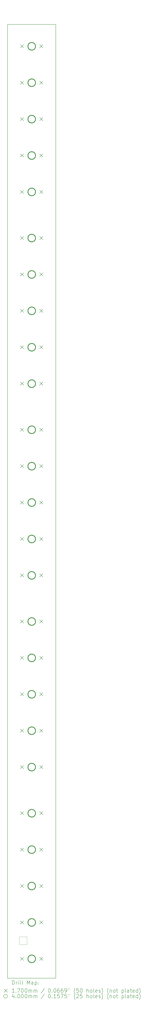
<source format=gbr>
%TF.GenerationSoftware,KiCad,Pcbnew,8.0.9-8.0.9-0~ubuntu20.04.1*%
%TF.CreationDate,2025-06-15T09:07:16+01:00*%
%TF.ProjectId,keyboard-pcb-rpi-pico-25x1,6b657962-6f61-4726-942d-7063622d7270,rev?*%
%TF.SameCoordinates,Original*%
%TF.FileFunction,Drillmap*%
%TF.FilePolarity,Positive*%
%FSLAX45Y45*%
G04 Gerber Fmt 4.5, Leading zero omitted, Abs format (unit mm)*
G04 Created by KiCad (PCBNEW 8.0.9-8.0.9-0~ubuntu20.04.1) date 2025-06-15 09:07:16*
%MOMM*%
%LPD*%
G01*
G04 APERTURE LIST*
%ADD10C,0.050000*%
%ADD11C,0.200000*%
%ADD12C,0.170000*%
%ADD13C,0.400000*%
G04 APERTURE END LIST*
D10*
X5341620Y-51701300D02*
X5341620Y-52057700D01*
D11*
X4318000Y-3937000D02*
X6858000Y-3937000D01*
X6858000Y-53848000D01*
X4318000Y-53848000D01*
X4318000Y-3937000D01*
D10*
X5316620Y-51676300D02*
G75*
G02*
X5341620Y-51701300I0J-25000D01*
G01*
X4935220Y-51701300D02*
G75*
G02*
X4960220Y-51676300I25000J0D01*
G01*
X5316620Y-52082700D02*
X4960220Y-52082700D01*
X4960220Y-52082700D02*
G75*
G02*
X4935220Y-52057700I0J25000D01*
G01*
X5341620Y-52057700D02*
G75*
G02*
X5316620Y-52082700I-25000J0D01*
G01*
X4960220Y-51676300D02*
X5316620Y-51676300D01*
X4935220Y-52057700D02*
X4935220Y-51701300D01*
D11*
D12*
X4995000Y-4995000D02*
X5165000Y-5165000D01*
X5165000Y-4995000D02*
X4995000Y-5165000D01*
X4995000Y-6900000D02*
X5165000Y-7070000D01*
X5165000Y-6900000D02*
X4995000Y-7070000D01*
X4995000Y-8805000D02*
X5165000Y-8975000D01*
X5165000Y-8805000D02*
X4995000Y-8975000D01*
X4995000Y-10710000D02*
X5165000Y-10880000D01*
X5165000Y-10710000D02*
X4995000Y-10880000D01*
X4995000Y-12615000D02*
X5165000Y-12785000D01*
X5165000Y-12615000D02*
X4995000Y-12785000D01*
X4995000Y-15028000D02*
X5165000Y-15198000D01*
X5165000Y-15028000D02*
X4995000Y-15198000D01*
X4995000Y-16933000D02*
X5165000Y-17103000D01*
X5165000Y-16933000D02*
X4995000Y-17103000D01*
X4995000Y-18838000D02*
X5165000Y-19008000D01*
X5165000Y-18838000D02*
X4995000Y-19008000D01*
X4995000Y-20743000D02*
X5165000Y-20913000D01*
X5165000Y-20743000D02*
X4995000Y-20913000D01*
X4995000Y-22648000D02*
X5165000Y-22818000D01*
X5165000Y-22648000D02*
X4995000Y-22818000D01*
X4995000Y-25061000D02*
X5165000Y-25231000D01*
X5165000Y-25061000D02*
X4995000Y-25231000D01*
X4995000Y-26966000D02*
X5165000Y-27136000D01*
X5165000Y-26966000D02*
X4995000Y-27136000D01*
X4995000Y-28871000D02*
X5165000Y-29041000D01*
X5165000Y-28871000D02*
X4995000Y-29041000D01*
X4995000Y-30776000D02*
X5165000Y-30946000D01*
X5165000Y-30776000D02*
X4995000Y-30946000D01*
X4995000Y-32681000D02*
X5165000Y-32851000D01*
X5165000Y-32681000D02*
X4995000Y-32851000D01*
X4995000Y-35094000D02*
X5165000Y-35264000D01*
X5165000Y-35094000D02*
X4995000Y-35264000D01*
X4995000Y-36999000D02*
X5165000Y-37169000D01*
X5165000Y-36999000D02*
X4995000Y-37169000D01*
X4995000Y-38904000D02*
X5165000Y-39074000D01*
X5165000Y-38904000D02*
X4995000Y-39074000D01*
X4995000Y-40809000D02*
X5165000Y-40979000D01*
X5165000Y-40809000D02*
X4995000Y-40979000D01*
X4995000Y-42714000D02*
X5165000Y-42884000D01*
X5165000Y-42714000D02*
X4995000Y-42884000D01*
X4995000Y-45127000D02*
X5165000Y-45297000D01*
X5165000Y-45127000D02*
X4995000Y-45297000D01*
X4995000Y-47032000D02*
X5165000Y-47202000D01*
X5165000Y-47032000D02*
X4995000Y-47202000D01*
X4995000Y-48937000D02*
X5165000Y-49107000D01*
X5165000Y-48937000D02*
X4995000Y-49107000D01*
X4995000Y-50842000D02*
X5165000Y-51012000D01*
X5165000Y-50842000D02*
X4995000Y-51012000D01*
X4995000Y-52747000D02*
X5165000Y-52917000D01*
X5165000Y-52747000D02*
X4995000Y-52917000D01*
X6011000Y-4995000D02*
X6181000Y-5165000D01*
X6181000Y-4995000D02*
X6011000Y-5165000D01*
X6011000Y-6900000D02*
X6181000Y-7070000D01*
X6181000Y-6900000D02*
X6011000Y-7070000D01*
X6011000Y-8805000D02*
X6181000Y-8975000D01*
X6181000Y-8805000D02*
X6011000Y-8975000D01*
X6011000Y-10710000D02*
X6181000Y-10880000D01*
X6181000Y-10710000D02*
X6011000Y-10880000D01*
X6011000Y-12615000D02*
X6181000Y-12785000D01*
X6181000Y-12615000D02*
X6011000Y-12785000D01*
X6011000Y-15028000D02*
X6181000Y-15198000D01*
X6181000Y-15028000D02*
X6011000Y-15198000D01*
X6011000Y-16933000D02*
X6181000Y-17103000D01*
X6181000Y-16933000D02*
X6011000Y-17103000D01*
X6011000Y-18838000D02*
X6181000Y-19008000D01*
X6181000Y-18838000D02*
X6011000Y-19008000D01*
X6011000Y-20743000D02*
X6181000Y-20913000D01*
X6181000Y-20743000D02*
X6011000Y-20913000D01*
X6011000Y-22648000D02*
X6181000Y-22818000D01*
X6181000Y-22648000D02*
X6011000Y-22818000D01*
X6011000Y-25061000D02*
X6181000Y-25231000D01*
X6181000Y-25061000D02*
X6011000Y-25231000D01*
X6011000Y-26966000D02*
X6181000Y-27136000D01*
X6181000Y-26966000D02*
X6011000Y-27136000D01*
X6011000Y-28871000D02*
X6181000Y-29041000D01*
X6181000Y-28871000D02*
X6011000Y-29041000D01*
X6011000Y-30776000D02*
X6181000Y-30946000D01*
X6181000Y-30776000D02*
X6011000Y-30946000D01*
X6011000Y-32681000D02*
X6181000Y-32851000D01*
X6181000Y-32681000D02*
X6011000Y-32851000D01*
X6011000Y-35094000D02*
X6181000Y-35264000D01*
X6181000Y-35094000D02*
X6011000Y-35264000D01*
X6011000Y-36999000D02*
X6181000Y-37169000D01*
X6181000Y-36999000D02*
X6011000Y-37169000D01*
X6011000Y-38904000D02*
X6181000Y-39074000D01*
X6181000Y-38904000D02*
X6011000Y-39074000D01*
X6011000Y-40809000D02*
X6181000Y-40979000D01*
X6181000Y-40809000D02*
X6011000Y-40979000D01*
X6011000Y-42714000D02*
X6181000Y-42884000D01*
X6181000Y-42714000D02*
X6011000Y-42884000D01*
X6011000Y-45127000D02*
X6181000Y-45297000D01*
X6181000Y-45127000D02*
X6011000Y-45297000D01*
X6011000Y-47032000D02*
X6181000Y-47202000D01*
X6181000Y-47032000D02*
X6011000Y-47202000D01*
X6011000Y-48937000D02*
X6181000Y-49107000D01*
X6181000Y-48937000D02*
X6011000Y-49107000D01*
X6011000Y-50842000D02*
X6181000Y-51012000D01*
X6181000Y-50842000D02*
X6011000Y-51012000D01*
X6011000Y-52747000D02*
X6181000Y-52917000D01*
X6181000Y-52747000D02*
X6011000Y-52917000D01*
D13*
X5788000Y-5080000D02*
G75*
G02*
X5388000Y-5080000I-200000J0D01*
G01*
X5388000Y-5080000D02*
G75*
G02*
X5788000Y-5080000I200000J0D01*
G01*
X5788000Y-6985000D02*
G75*
G02*
X5388000Y-6985000I-200000J0D01*
G01*
X5388000Y-6985000D02*
G75*
G02*
X5788000Y-6985000I200000J0D01*
G01*
X5788000Y-8890000D02*
G75*
G02*
X5388000Y-8890000I-200000J0D01*
G01*
X5388000Y-8890000D02*
G75*
G02*
X5788000Y-8890000I200000J0D01*
G01*
X5788000Y-10795000D02*
G75*
G02*
X5388000Y-10795000I-200000J0D01*
G01*
X5388000Y-10795000D02*
G75*
G02*
X5788000Y-10795000I200000J0D01*
G01*
X5788000Y-12700000D02*
G75*
G02*
X5388000Y-12700000I-200000J0D01*
G01*
X5388000Y-12700000D02*
G75*
G02*
X5788000Y-12700000I200000J0D01*
G01*
X5788000Y-15113000D02*
G75*
G02*
X5388000Y-15113000I-200000J0D01*
G01*
X5388000Y-15113000D02*
G75*
G02*
X5788000Y-15113000I200000J0D01*
G01*
X5788000Y-17018000D02*
G75*
G02*
X5388000Y-17018000I-200000J0D01*
G01*
X5388000Y-17018000D02*
G75*
G02*
X5788000Y-17018000I200000J0D01*
G01*
X5788000Y-18923000D02*
G75*
G02*
X5388000Y-18923000I-200000J0D01*
G01*
X5388000Y-18923000D02*
G75*
G02*
X5788000Y-18923000I200000J0D01*
G01*
X5788000Y-20828000D02*
G75*
G02*
X5388000Y-20828000I-200000J0D01*
G01*
X5388000Y-20828000D02*
G75*
G02*
X5788000Y-20828000I200000J0D01*
G01*
X5788000Y-22733000D02*
G75*
G02*
X5388000Y-22733000I-200000J0D01*
G01*
X5388000Y-22733000D02*
G75*
G02*
X5788000Y-22733000I200000J0D01*
G01*
X5788000Y-25146000D02*
G75*
G02*
X5388000Y-25146000I-200000J0D01*
G01*
X5388000Y-25146000D02*
G75*
G02*
X5788000Y-25146000I200000J0D01*
G01*
X5788000Y-27051000D02*
G75*
G02*
X5388000Y-27051000I-200000J0D01*
G01*
X5388000Y-27051000D02*
G75*
G02*
X5788000Y-27051000I200000J0D01*
G01*
X5788000Y-28956000D02*
G75*
G02*
X5388000Y-28956000I-200000J0D01*
G01*
X5388000Y-28956000D02*
G75*
G02*
X5788000Y-28956000I200000J0D01*
G01*
X5788000Y-30861000D02*
G75*
G02*
X5388000Y-30861000I-200000J0D01*
G01*
X5388000Y-30861000D02*
G75*
G02*
X5788000Y-30861000I200000J0D01*
G01*
X5788000Y-32766000D02*
G75*
G02*
X5388000Y-32766000I-200000J0D01*
G01*
X5388000Y-32766000D02*
G75*
G02*
X5788000Y-32766000I200000J0D01*
G01*
X5788000Y-35179000D02*
G75*
G02*
X5388000Y-35179000I-200000J0D01*
G01*
X5388000Y-35179000D02*
G75*
G02*
X5788000Y-35179000I200000J0D01*
G01*
X5788000Y-37084000D02*
G75*
G02*
X5388000Y-37084000I-200000J0D01*
G01*
X5388000Y-37084000D02*
G75*
G02*
X5788000Y-37084000I200000J0D01*
G01*
X5788000Y-38989000D02*
G75*
G02*
X5388000Y-38989000I-200000J0D01*
G01*
X5388000Y-38989000D02*
G75*
G02*
X5788000Y-38989000I200000J0D01*
G01*
X5788000Y-40894000D02*
G75*
G02*
X5388000Y-40894000I-200000J0D01*
G01*
X5388000Y-40894000D02*
G75*
G02*
X5788000Y-40894000I200000J0D01*
G01*
X5788000Y-42799000D02*
G75*
G02*
X5388000Y-42799000I-200000J0D01*
G01*
X5388000Y-42799000D02*
G75*
G02*
X5788000Y-42799000I200000J0D01*
G01*
X5788000Y-45212000D02*
G75*
G02*
X5388000Y-45212000I-200000J0D01*
G01*
X5388000Y-45212000D02*
G75*
G02*
X5788000Y-45212000I200000J0D01*
G01*
X5788000Y-47117000D02*
G75*
G02*
X5388000Y-47117000I-200000J0D01*
G01*
X5388000Y-47117000D02*
G75*
G02*
X5788000Y-47117000I200000J0D01*
G01*
X5788000Y-49022000D02*
G75*
G02*
X5388000Y-49022000I-200000J0D01*
G01*
X5388000Y-49022000D02*
G75*
G02*
X5788000Y-49022000I200000J0D01*
G01*
X5788000Y-50927000D02*
G75*
G02*
X5388000Y-50927000I-200000J0D01*
G01*
X5388000Y-50927000D02*
G75*
G02*
X5788000Y-50927000I200000J0D01*
G01*
X5788000Y-52832000D02*
G75*
G02*
X5388000Y-52832000I-200000J0D01*
G01*
X5388000Y-52832000D02*
G75*
G02*
X5788000Y-52832000I200000J0D01*
G01*
D11*
X4568777Y-54169484D02*
X4568777Y-53969484D01*
X4568777Y-53969484D02*
X4616396Y-53969484D01*
X4616396Y-53969484D02*
X4644967Y-53979008D01*
X4644967Y-53979008D02*
X4664015Y-53998055D01*
X4664015Y-53998055D02*
X4673539Y-54017103D01*
X4673539Y-54017103D02*
X4683063Y-54055198D01*
X4683063Y-54055198D02*
X4683063Y-54083769D01*
X4683063Y-54083769D02*
X4673539Y-54121865D01*
X4673539Y-54121865D02*
X4664015Y-54140912D01*
X4664015Y-54140912D02*
X4644967Y-54159960D01*
X4644967Y-54159960D02*
X4616396Y-54169484D01*
X4616396Y-54169484D02*
X4568777Y-54169484D01*
X4768777Y-54169484D02*
X4768777Y-54036150D01*
X4768777Y-54074246D02*
X4778301Y-54055198D01*
X4778301Y-54055198D02*
X4787824Y-54045674D01*
X4787824Y-54045674D02*
X4806872Y-54036150D01*
X4806872Y-54036150D02*
X4825920Y-54036150D01*
X4892586Y-54169484D02*
X4892586Y-54036150D01*
X4892586Y-53969484D02*
X4883063Y-53979008D01*
X4883063Y-53979008D02*
X4892586Y-53988531D01*
X4892586Y-53988531D02*
X4902110Y-53979008D01*
X4902110Y-53979008D02*
X4892586Y-53969484D01*
X4892586Y-53969484D02*
X4892586Y-53988531D01*
X5016396Y-54169484D02*
X4997348Y-54159960D01*
X4997348Y-54159960D02*
X4987824Y-54140912D01*
X4987824Y-54140912D02*
X4987824Y-53969484D01*
X5121158Y-54169484D02*
X5102110Y-54159960D01*
X5102110Y-54159960D02*
X5092586Y-54140912D01*
X5092586Y-54140912D02*
X5092586Y-53969484D01*
X5349729Y-54169484D02*
X5349729Y-53969484D01*
X5349729Y-53969484D02*
X5416396Y-54112341D01*
X5416396Y-54112341D02*
X5483063Y-53969484D01*
X5483063Y-53969484D02*
X5483063Y-54169484D01*
X5664015Y-54169484D02*
X5664015Y-54064722D01*
X5664015Y-54064722D02*
X5654491Y-54045674D01*
X5654491Y-54045674D02*
X5635443Y-54036150D01*
X5635443Y-54036150D02*
X5597348Y-54036150D01*
X5597348Y-54036150D02*
X5578301Y-54045674D01*
X5664015Y-54159960D02*
X5644967Y-54169484D01*
X5644967Y-54169484D02*
X5597348Y-54169484D01*
X5597348Y-54169484D02*
X5578301Y-54159960D01*
X5578301Y-54159960D02*
X5568777Y-54140912D01*
X5568777Y-54140912D02*
X5568777Y-54121865D01*
X5568777Y-54121865D02*
X5578301Y-54102817D01*
X5578301Y-54102817D02*
X5597348Y-54093293D01*
X5597348Y-54093293D02*
X5644967Y-54093293D01*
X5644967Y-54093293D02*
X5664015Y-54083769D01*
X5759253Y-54036150D02*
X5759253Y-54236150D01*
X5759253Y-54045674D02*
X5778301Y-54036150D01*
X5778301Y-54036150D02*
X5816396Y-54036150D01*
X5816396Y-54036150D02*
X5835443Y-54045674D01*
X5835443Y-54045674D02*
X5844967Y-54055198D01*
X5844967Y-54055198D02*
X5854491Y-54074246D01*
X5854491Y-54074246D02*
X5854491Y-54131388D01*
X5854491Y-54131388D02*
X5844967Y-54150436D01*
X5844967Y-54150436D02*
X5835443Y-54159960D01*
X5835443Y-54159960D02*
X5816396Y-54169484D01*
X5816396Y-54169484D02*
X5778301Y-54169484D01*
X5778301Y-54169484D02*
X5759253Y-54159960D01*
X5940205Y-54150436D02*
X5949729Y-54159960D01*
X5949729Y-54159960D02*
X5940205Y-54169484D01*
X5940205Y-54169484D02*
X5930682Y-54159960D01*
X5930682Y-54159960D02*
X5940205Y-54150436D01*
X5940205Y-54150436D02*
X5940205Y-54169484D01*
X5940205Y-54045674D02*
X5949729Y-54055198D01*
X5949729Y-54055198D02*
X5940205Y-54064722D01*
X5940205Y-54064722D02*
X5930682Y-54055198D01*
X5930682Y-54055198D02*
X5940205Y-54045674D01*
X5940205Y-54045674D02*
X5940205Y-54064722D01*
D12*
X4138000Y-54413000D02*
X4308000Y-54583000D01*
X4308000Y-54413000D02*
X4138000Y-54583000D01*
D11*
X4673539Y-54589484D02*
X4559253Y-54589484D01*
X4616396Y-54589484D02*
X4616396Y-54389484D01*
X4616396Y-54389484D02*
X4597348Y-54418055D01*
X4597348Y-54418055D02*
X4578301Y-54437103D01*
X4578301Y-54437103D02*
X4559253Y-54446627D01*
X4759253Y-54570436D02*
X4768777Y-54579960D01*
X4768777Y-54579960D02*
X4759253Y-54589484D01*
X4759253Y-54589484D02*
X4749729Y-54579960D01*
X4749729Y-54579960D02*
X4759253Y-54570436D01*
X4759253Y-54570436D02*
X4759253Y-54589484D01*
X4835444Y-54389484D02*
X4968777Y-54389484D01*
X4968777Y-54389484D02*
X4883063Y-54589484D01*
X5083063Y-54389484D02*
X5102110Y-54389484D01*
X5102110Y-54389484D02*
X5121158Y-54399008D01*
X5121158Y-54399008D02*
X5130682Y-54408531D01*
X5130682Y-54408531D02*
X5140205Y-54427579D01*
X5140205Y-54427579D02*
X5149729Y-54465674D01*
X5149729Y-54465674D02*
X5149729Y-54513293D01*
X5149729Y-54513293D02*
X5140205Y-54551388D01*
X5140205Y-54551388D02*
X5130682Y-54570436D01*
X5130682Y-54570436D02*
X5121158Y-54579960D01*
X5121158Y-54579960D02*
X5102110Y-54589484D01*
X5102110Y-54589484D02*
X5083063Y-54589484D01*
X5083063Y-54589484D02*
X5064015Y-54579960D01*
X5064015Y-54579960D02*
X5054491Y-54570436D01*
X5054491Y-54570436D02*
X5044967Y-54551388D01*
X5044967Y-54551388D02*
X5035444Y-54513293D01*
X5035444Y-54513293D02*
X5035444Y-54465674D01*
X5035444Y-54465674D02*
X5044967Y-54427579D01*
X5044967Y-54427579D02*
X5054491Y-54408531D01*
X5054491Y-54408531D02*
X5064015Y-54399008D01*
X5064015Y-54399008D02*
X5083063Y-54389484D01*
X5273539Y-54389484D02*
X5292586Y-54389484D01*
X5292586Y-54389484D02*
X5311634Y-54399008D01*
X5311634Y-54399008D02*
X5321158Y-54408531D01*
X5321158Y-54408531D02*
X5330682Y-54427579D01*
X5330682Y-54427579D02*
X5340205Y-54465674D01*
X5340205Y-54465674D02*
X5340205Y-54513293D01*
X5340205Y-54513293D02*
X5330682Y-54551388D01*
X5330682Y-54551388D02*
X5321158Y-54570436D01*
X5321158Y-54570436D02*
X5311634Y-54579960D01*
X5311634Y-54579960D02*
X5292586Y-54589484D01*
X5292586Y-54589484D02*
X5273539Y-54589484D01*
X5273539Y-54589484D02*
X5254491Y-54579960D01*
X5254491Y-54579960D02*
X5244967Y-54570436D01*
X5244967Y-54570436D02*
X5235444Y-54551388D01*
X5235444Y-54551388D02*
X5225920Y-54513293D01*
X5225920Y-54513293D02*
X5225920Y-54465674D01*
X5225920Y-54465674D02*
X5235444Y-54427579D01*
X5235444Y-54427579D02*
X5244967Y-54408531D01*
X5244967Y-54408531D02*
X5254491Y-54399008D01*
X5254491Y-54399008D02*
X5273539Y-54389484D01*
X5425920Y-54589484D02*
X5425920Y-54456150D01*
X5425920Y-54475198D02*
X5435444Y-54465674D01*
X5435444Y-54465674D02*
X5454491Y-54456150D01*
X5454491Y-54456150D02*
X5483063Y-54456150D01*
X5483063Y-54456150D02*
X5502110Y-54465674D01*
X5502110Y-54465674D02*
X5511634Y-54484722D01*
X5511634Y-54484722D02*
X5511634Y-54589484D01*
X5511634Y-54484722D02*
X5521158Y-54465674D01*
X5521158Y-54465674D02*
X5540205Y-54456150D01*
X5540205Y-54456150D02*
X5568777Y-54456150D01*
X5568777Y-54456150D02*
X5587825Y-54465674D01*
X5587825Y-54465674D02*
X5597348Y-54484722D01*
X5597348Y-54484722D02*
X5597348Y-54589484D01*
X5692586Y-54589484D02*
X5692586Y-54456150D01*
X5692586Y-54475198D02*
X5702110Y-54465674D01*
X5702110Y-54465674D02*
X5721158Y-54456150D01*
X5721158Y-54456150D02*
X5749729Y-54456150D01*
X5749729Y-54456150D02*
X5768777Y-54465674D01*
X5768777Y-54465674D02*
X5778301Y-54484722D01*
X5778301Y-54484722D02*
X5778301Y-54589484D01*
X5778301Y-54484722D02*
X5787824Y-54465674D01*
X5787824Y-54465674D02*
X5806872Y-54456150D01*
X5806872Y-54456150D02*
X5835443Y-54456150D01*
X5835443Y-54456150D02*
X5854491Y-54465674D01*
X5854491Y-54465674D02*
X5864015Y-54484722D01*
X5864015Y-54484722D02*
X5864015Y-54589484D01*
X6254491Y-54379960D02*
X6083063Y-54637103D01*
X6511634Y-54389484D02*
X6530682Y-54389484D01*
X6530682Y-54389484D02*
X6549729Y-54399008D01*
X6549729Y-54399008D02*
X6559253Y-54408531D01*
X6559253Y-54408531D02*
X6568777Y-54427579D01*
X6568777Y-54427579D02*
X6578301Y-54465674D01*
X6578301Y-54465674D02*
X6578301Y-54513293D01*
X6578301Y-54513293D02*
X6568777Y-54551388D01*
X6568777Y-54551388D02*
X6559253Y-54570436D01*
X6559253Y-54570436D02*
X6549729Y-54579960D01*
X6549729Y-54579960D02*
X6530682Y-54589484D01*
X6530682Y-54589484D02*
X6511634Y-54589484D01*
X6511634Y-54589484D02*
X6492586Y-54579960D01*
X6492586Y-54579960D02*
X6483063Y-54570436D01*
X6483063Y-54570436D02*
X6473539Y-54551388D01*
X6473539Y-54551388D02*
X6464015Y-54513293D01*
X6464015Y-54513293D02*
X6464015Y-54465674D01*
X6464015Y-54465674D02*
X6473539Y-54427579D01*
X6473539Y-54427579D02*
X6483063Y-54408531D01*
X6483063Y-54408531D02*
X6492586Y-54399008D01*
X6492586Y-54399008D02*
X6511634Y-54389484D01*
X6664015Y-54570436D02*
X6673539Y-54579960D01*
X6673539Y-54579960D02*
X6664015Y-54589484D01*
X6664015Y-54589484D02*
X6654491Y-54579960D01*
X6654491Y-54579960D02*
X6664015Y-54570436D01*
X6664015Y-54570436D02*
X6664015Y-54589484D01*
X6797348Y-54389484D02*
X6816396Y-54389484D01*
X6816396Y-54389484D02*
X6835444Y-54399008D01*
X6835444Y-54399008D02*
X6844967Y-54408531D01*
X6844967Y-54408531D02*
X6854491Y-54427579D01*
X6854491Y-54427579D02*
X6864015Y-54465674D01*
X6864015Y-54465674D02*
X6864015Y-54513293D01*
X6864015Y-54513293D02*
X6854491Y-54551388D01*
X6854491Y-54551388D02*
X6844967Y-54570436D01*
X6844967Y-54570436D02*
X6835444Y-54579960D01*
X6835444Y-54579960D02*
X6816396Y-54589484D01*
X6816396Y-54589484D02*
X6797348Y-54589484D01*
X6797348Y-54589484D02*
X6778301Y-54579960D01*
X6778301Y-54579960D02*
X6768777Y-54570436D01*
X6768777Y-54570436D02*
X6759253Y-54551388D01*
X6759253Y-54551388D02*
X6749729Y-54513293D01*
X6749729Y-54513293D02*
X6749729Y-54465674D01*
X6749729Y-54465674D02*
X6759253Y-54427579D01*
X6759253Y-54427579D02*
X6768777Y-54408531D01*
X6768777Y-54408531D02*
X6778301Y-54399008D01*
X6778301Y-54399008D02*
X6797348Y-54389484D01*
X7035444Y-54389484D02*
X6997348Y-54389484D01*
X6997348Y-54389484D02*
X6978301Y-54399008D01*
X6978301Y-54399008D02*
X6968777Y-54408531D01*
X6968777Y-54408531D02*
X6949729Y-54437103D01*
X6949729Y-54437103D02*
X6940206Y-54475198D01*
X6940206Y-54475198D02*
X6940206Y-54551388D01*
X6940206Y-54551388D02*
X6949729Y-54570436D01*
X6949729Y-54570436D02*
X6959253Y-54579960D01*
X6959253Y-54579960D02*
X6978301Y-54589484D01*
X6978301Y-54589484D02*
X7016396Y-54589484D01*
X7016396Y-54589484D02*
X7035444Y-54579960D01*
X7035444Y-54579960D02*
X7044967Y-54570436D01*
X7044967Y-54570436D02*
X7054491Y-54551388D01*
X7054491Y-54551388D02*
X7054491Y-54503769D01*
X7054491Y-54503769D02*
X7044967Y-54484722D01*
X7044967Y-54484722D02*
X7035444Y-54475198D01*
X7035444Y-54475198D02*
X7016396Y-54465674D01*
X7016396Y-54465674D02*
X6978301Y-54465674D01*
X6978301Y-54465674D02*
X6959253Y-54475198D01*
X6959253Y-54475198D02*
X6949729Y-54484722D01*
X6949729Y-54484722D02*
X6940206Y-54503769D01*
X7225920Y-54389484D02*
X7187825Y-54389484D01*
X7187825Y-54389484D02*
X7168777Y-54399008D01*
X7168777Y-54399008D02*
X7159253Y-54408531D01*
X7159253Y-54408531D02*
X7140206Y-54437103D01*
X7140206Y-54437103D02*
X7130682Y-54475198D01*
X7130682Y-54475198D02*
X7130682Y-54551388D01*
X7130682Y-54551388D02*
X7140206Y-54570436D01*
X7140206Y-54570436D02*
X7149729Y-54579960D01*
X7149729Y-54579960D02*
X7168777Y-54589484D01*
X7168777Y-54589484D02*
X7206872Y-54589484D01*
X7206872Y-54589484D02*
X7225920Y-54579960D01*
X7225920Y-54579960D02*
X7235444Y-54570436D01*
X7235444Y-54570436D02*
X7244967Y-54551388D01*
X7244967Y-54551388D02*
X7244967Y-54503769D01*
X7244967Y-54503769D02*
X7235444Y-54484722D01*
X7235444Y-54484722D02*
X7225920Y-54475198D01*
X7225920Y-54475198D02*
X7206872Y-54465674D01*
X7206872Y-54465674D02*
X7168777Y-54465674D01*
X7168777Y-54465674D02*
X7149729Y-54475198D01*
X7149729Y-54475198D02*
X7140206Y-54484722D01*
X7140206Y-54484722D02*
X7130682Y-54503769D01*
X7340206Y-54589484D02*
X7378301Y-54589484D01*
X7378301Y-54589484D02*
X7397348Y-54579960D01*
X7397348Y-54579960D02*
X7406872Y-54570436D01*
X7406872Y-54570436D02*
X7425920Y-54541865D01*
X7425920Y-54541865D02*
X7435444Y-54503769D01*
X7435444Y-54503769D02*
X7435444Y-54427579D01*
X7435444Y-54427579D02*
X7425920Y-54408531D01*
X7425920Y-54408531D02*
X7416396Y-54399008D01*
X7416396Y-54399008D02*
X7397348Y-54389484D01*
X7397348Y-54389484D02*
X7359253Y-54389484D01*
X7359253Y-54389484D02*
X7340206Y-54399008D01*
X7340206Y-54399008D02*
X7330682Y-54408531D01*
X7330682Y-54408531D02*
X7321158Y-54427579D01*
X7321158Y-54427579D02*
X7321158Y-54475198D01*
X7321158Y-54475198D02*
X7330682Y-54494246D01*
X7330682Y-54494246D02*
X7340206Y-54503769D01*
X7340206Y-54503769D02*
X7359253Y-54513293D01*
X7359253Y-54513293D02*
X7397348Y-54513293D01*
X7397348Y-54513293D02*
X7416396Y-54503769D01*
X7416396Y-54503769D02*
X7425920Y-54494246D01*
X7425920Y-54494246D02*
X7435444Y-54475198D01*
X7511634Y-54389484D02*
X7511634Y-54427579D01*
X7587825Y-54389484D02*
X7587825Y-54427579D01*
X7883063Y-54665674D02*
X7873539Y-54656150D01*
X7873539Y-54656150D02*
X7854491Y-54627579D01*
X7854491Y-54627579D02*
X7844968Y-54608531D01*
X7844968Y-54608531D02*
X7835444Y-54579960D01*
X7835444Y-54579960D02*
X7825920Y-54532341D01*
X7825920Y-54532341D02*
X7825920Y-54494246D01*
X7825920Y-54494246D02*
X7835444Y-54446627D01*
X7835444Y-54446627D02*
X7844968Y-54418055D01*
X7844968Y-54418055D02*
X7854491Y-54399008D01*
X7854491Y-54399008D02*
X7873539Y-54370436D01*
X7873539Y-54370436D02*
X7883063Y-54360912D01*
X8054491Y-54389484D02*
X7959253Y-54389484D01*
X7959253Y-54389484D02*
X7949729Y-54484722D01*
X7949729Y-54484722D02*
X7959253Y-54475198D01*
X7959253Y-54475198D02*
X7978301Y-54465674D01*
X7978301Y-54465674D02*
X8025920Y-54465674D01*
X8025920Y-54465674D02*
X8044968Y-54475198D01*
X8044968Y-54475198D02*
X8054491Y-54484722D01*
X8054491Y-54484722D02*
X8064015Y-54503769D01*
X8064015Y-54503769D02*
X8064015Y-54551388D01*
X8064015Y-54551388D02*
X8054491Y-54570436D01*
X8054491Y-54570436D02*
X8044968Y-54579960D01*
X8044968Y-54579960D02*
X8025920Y-54589484D01*
X8025920Y-54589484D02*
X7978301Y-54589484D01*
X7978301Y-54589484D02*
X7959253Y-54579960D01*
X7959253Y-54579960D02*
X7949729Y-54570436D01*
X8187825Y-54389484D02*
X8206872Y-54389484D01*
X8206872Y-54389484D02*
X8225920Y-54399008D01*
X8225920Y-54399008D02*
X8235444Y-54408531D01*
X8235444Y-54408531D02*
X8244968Y-54427579D01*
X8244968Y-54427579D02*
X8254491Y-54465674D01*
X8254491Y-54465674D02*
X8254491Y-54513293D01*
X8254491Y-54513293D02*
X8244968Y-54551388D01*
X8244968Y-54551388D02*
X8235444Y-54570436D01*
X8235444Y-54570436D02*
X8225920Y-54579960D01*
X8225920Y-54579960D02*
X8206872Y-54589484D01*
X8206872Y-54589484D02*
X8187825Y-54589484D01*
X8187825Y-54589484D02*
X8168777Y-54579960D01*
X8168777Y-54579960D02*
X8159253Y-54570436D01*
X8159253Y-54570436D02*
X8149729Y-54551388D01*
X8149729Y-54551388D02*
X8140206Y-54513293D01*
X8140206Y-54513293D02*
X8140206Y-54465674D01*
X8140206Y-54465674D02*
X8149729Y-54427579D01*
X8149729Y-54427579D02*
X8159253Y-54408531D01*
X8159253Y-54408531D02*
X8168777Y-54399008D01*
X8168777Y-54399008D02*
X8187825Y-54389484D01*
X8492587Y-54589484D02*
X8492587Y-54389484D01*
X8578301Y-54589484D02*
X8578301Y-54484722D01*
X8578301Y-54484722D02*
X8568777Y-54465674D01*
X8568777Y-54465674D02*
X8549730Y-54456150D01*
X8549730Y-54456150D02*
X8521158Y-54456150D01*
X8521158Y-54456150D02*
X8502111Y-54465674D01*
X8502111Y-54465674D02*
X8492587Y-54475198D01*
X8702111Y-54589484D02*
X8683063Y-54579960D01*
X8683063Y-54579960D02*
X8673539Y-54570436D01*
X8673539Y-54570436D02*
X8664015Y-54551388D01*
X8664015Y-54551388D02*
X8664015Y-54494246D01*
X8664015Y-54494246D02*
X8673539Y-54475198D01*
X8673539Y-54475198D02*
X8683063Y-54465674D01*
X8683063Y-54465674D02*
X8702111Y-54456150D01*
X8702111Y-54456150D02*
X8730682Y-54456150D01*
X8730682Y-54456150D02*
X8749730Y-54465674D01*
X8749730Y-54465674D02*
X8759253Y-54475198D01*
X8759253Y-54475198D02*
X8768777Y-54494246D01*
X8768777Y-54494246D02*
X8768777Y-54551388D01*
X8768777Y-54551388D02*
X8759253Y-54570436D01*
X8759253Y-54570436D02*
X8749730Y-54579960D01*
X8749730Y-54579960D02*
X8730682Y-54589484D01*
X8730682Y-54589484D02*
X8702111Y-54589484D01*
X8883063Y-54589484D02*
X8864015Y-54579960D01*
X8864015Y-54579960D02*
X8854492Y-54560912D01*
X8854492Y-54560912D02*
X8854492Y-54389484D01*
X9035444Y-54579960D02*
X9016396Y-54589484D01*
X9016396Y-54589484D02*
X8978301Y-54589484D01*
X8978301Y-54589484D02*
X8959253Y-54579960D01*
X8959253Y-54579960D02*
X8949730Y-54560912D01*
X8949730Y-54560912D02*
X8949730Y-54484722D01*
X8949730Y-54484722D02*
X8959253Y-54465674D01*
X8959253Y-54465674D02*
X8978301Y-54456150D01*
X8978301Y-54456150D02*
X9016396Y-54456150D01*
X9016396Y-54456150D02*
X9035444Y-54465674D01*
X9035444Y-54465674D02*
X9044968Y-54484722D01*
X9044968Y-54484722D02*
X9044968Y-54503769D01*
X9044968Y-54503769D02*
X8949730Y-54522817D01*
X9121158Y-54579960D02*
X9140206Y-54589484D01*
X9140206Y-54589484D02*
X9178301Y-54589484D01*
X9178301Y-54589484D02*
X9197349Y-54579960D01*
X9197349Y-54579960D02*
X9206873Y-54560912D01*
X9206873Y-54560912D02*
X9206873Y-54551388D01*
X9206873Y-54551388D02*
X9197349Y-54532341D01*
X9197349Y-54532341D02*
X9178301Y-54522817D01*
X9178301Y-54522817D02*
X9149730Y-54522817D01*
X9149730Y-54522817D02*
X9130682Y-54513293D01*
X9130682Y-54513293D02*
X9121158Y-54494246D01*
X9121158Y-54494246D02*
X9121158Y-54484722D01*
X9121158Y-54484722D02*
X9130682Y-54465674D01*
X9130682Y-54465674D02*
X9149730Y-54456150D01*
X9149730Y-54456150D02*
X9178301Y-54456150D01*
X9178301Y-54456150D02*
X9197349Y-54465674D01*
X9273539Y-54665674D02*
X9283063Y-54656150D01*
X9283063Y-54656150D02*
X9302111Y-54627579D01*
X9302111Y-54627579D02*
X9311634Y-54608531D01*
X9311634Y-54608531D02*
X9321158Y-54579960D01*
X9321158Y-54579960D02*
X9330682Y-54532341D01*
X9330682Y-54532341D02*
X9330682Y-54494246D01*
X9330682Y-54494246D02*
X9321158Y-54446627D01*
X9321158Y-54446627D02*
X9311634Y-54418055D01*
X9311634Y-54418055D02*
X9302111Y-54399008D01*
X9302111Y-54399008D02*
X9283063Y-54370436D01*
X9283063Y-54370436D02*
X9273539Y-54360912D01*
X9635444Y-54665674D02*
X9625920Y-54656150D01*
X9625920Y-54656150D02*
X9606873Y-54627579D01*
X9606873Y-54627579D02*
X9597349Y-54608531D01*
X9597349Y-54608531D02*
X9587825Y-54579960D01*
X9587825Y-54579960D02*
X9578301Y-54532341D01*
X9578301Y-54532341D02*
X9578301Y-54494246D01*
X9578301Y-54494246D02*
X9587825Y-54446627D01*
X9587825Y-54446627D02*
X9597349Y-54418055D01*
X9597349Y-54418055D02*
X9606873Y-54399008D01*
X9606873Y-54399008D02*
X9625920Y-54370436D01*
X9625920Y-54370436D02*
X9635444Y-54360912D01*
X9711634Y-54456150D02*
X9711634Y-54589484D01*
X9711634Y-54475198D02*
X9721158Y-54465674D01*
X9721158Y-54465674D02*
X9740206Y-54456150D01*
X9740206Y-54456150D02*
X9768777Y-54456150D01*
X9768777Y-54456150D02*
X9787825Y-54465674D01*
X9787825Y-54465674D02*
X9797349Y-54484722D01*
X9797349Y-54484722D02*
X9797349Y-54589484D01*
X9921158Y-54589484D02*
X9902111Y-54579960D01*
X9902111Y-54579960D02*
X9892587Y-54570436D01*
X9892587Y-54570436D02*
X9883063Y-54551388D01*
X9883063Y-54551388D02*
X9883063Y-54494246D01*
X9883063Y-54494246D02*
X9892587Y-54475198D01*
X9892587Y-54475198D02*
X9902111Y-54465674D01*
X9902111Y-54465674D02*
X9921158Y-54456150D01*
X9921158Y-54456150D02*
X9949730Y-54456150D01*
X9949730Y-54456150D02*
X9968777Y-54465674D01*
X9968777Y-54465674D02*
X9978301Y-54475198D01*
X9978301Y-54475198D02*
X9987825Y-54494246D01*
X9987825Y-54494246D02*
X9987825Y-54551388D01*
X9987825Y-54551388D02*
X9978301Y-54570436D01*
X9978301Y-54570436D02*
X9968777Y-54579960D01*
X9968777Y-54579960D02*
X9949730Y-54589484D01*
X9949730Y-54589484D02*
X9921158Y-54589484D01*
X10044968Y-54456150D02*
X10121158Y-54456150D01*
X10073539Y-54389484D02*
X10073539Y-54560912D01*
X10073539Y-54560912D02*
X10083063Y-54579960D01*
X10083063Y-54579960D02*
X10102111Y-54589484D01*
X10102111Y-54589484D02*
X10121158Y-54589484D01*
X10340206Y-54456150D02*
X10340206Y-54656150D01*
X10340206Y-54465674D02*
X10359254Y-54456150D01*
X10359254Y-54456150D02*
X10397349Y-54456150D01*
X10397349Y-54456150D02*
X10416396Y-54465674D01*
X10416396Y-54465674D02*
X10425920Y-54475198D01*
X10425920Y-54475198D02*
X10435444Y-54494246D01*
X10435444Y-54494246D02*
X10435444Y-54551388D01*
X10435444Y-54551388D02*
X10425920Y-54570436D01*
X10425920Y-54570436D02*
X10416396Y-54579960D01*
X10416396Y-54579960D02*
X10397349Y-54589484D01*
X10397349Y-54589484D02*
X10359254Y-54589484D01*
X10359254Y-54589484D02*
X10340206Y-54579960D01*
X10549730Y-54589484D02*
X10530682Y-54579960D01*
X10530682Y-54579960D02*
X10521158Y-54560912D01*
X10521158Y-54560912D02*
X10521158Y-54389484D01*
X10711635Y-54589484D02*
X10711635Y-54484722D01*
X10711635Y-54484722D02*
X10702111Y-54465674D01*
X10702111Y-54465674D02*
X10683063Y-54456150D01*
X10683063Y-54456150D02*
X10644968Y-54456150D01*
X10644968Y-54456150D02*
X10625920Y-54465674D01*
X10711635Y-54579960D02*
X10692587Y-54589484D01*
X10692587Y-54589484D02*
X10644968Y-54589484D01*
X10644968Y-54589484D02*
X10625920Y-54579960D01*
X10625920Y-54579960D02*
X10616396Y-54560912D01*
X10616396Y-54560912D02*
X10616396Y-54541865D01*
X10616396Y-54541865D02*
X10625920Y-54522817D01*
X10625920Y-54522817D02*
X10644968Y-54513293D01*
X10644968Y-54513293D02*
X10692587Y-54513293D01*
X10692587Y-54513293D02*
X10711635Y-54503769D01*
X10778301Y-54456150D02*
X10854492Y-54456150D01*
X10806873Y-54389484D02*
X10806873Y-54560912D01*
X10806873Y-54560912D02*
X10816396Y-54579960D01*
X10816396Y-54579960D02*
X10835444Y-54589484D01*
X10835444Y-54589484D02*
X10854492Y-54589484D01*
X10997349Y-54579960D02*
X10978301Y-54589484D01*
X10978301Y-54589484D02*
X10940206Y-54589484D01*
X10940206Y-54589484D02*
X10921158Y-54579960D01*
X10921158Y-54579960D02*
X10911635Y-54560912D01*
X10911635Y-54560912D02*
X10911635Y-54484722D01*
X10911635Y-54484722D02*
X10921158Y-54465674D01*
X10921158Y-54465674D02*
X10940206Y-54456150D01*
X10940206Y-54456150D02*
X10978301Y-54456150D01*
X10978301Y-54456150D02*
X10997349Y-54465674D01*
X10997349Y-54465674D02*
X11006873Y-54484722D01*
X11006873Y-54484722D02*
X11006873Y-54503769D01*
X11006873Y-54503769D02*
X10911635Y-54522817D01*
X11178301Y-54589484D02*
X11178301Y-54389484D01*
X11178301Y-54579960D02*
X11159254Y-54589484D01*
X11159254Y-54589484D02*
X11121158Y-54589484D01*
X11121158Y-54589484D02*
X11102111Y-54579960D01*
X11102111Y-54579960D02*
X11092587Y-54570436D01*
X11092587Y-54570436D02*
X11083063Y-54551388D01*
X11083063Y-54551388D02*
X11083063Y-54494246D01*
X11083063Y-54494246D02*
X11092587Y-54475198D01*
X11092587Y-54475198D02*
X11102111Y-54465674D01*
X11102111Y-54465674D02*
X11121158Y-54456150D01*
X11121158Y-54456150D02*
X11159254Y-54456150D01*
X11159254Y-54456150D02*
X11178301Y-54465674D01*
X11254492Y-54665674D02*
X11264015Y-54656150D01*
X11264015Y-54656150D02*
X11283063Y-54627579D01*
X11283063Y-54627579D02*
X11292587Y-54608531D01*
X11292587Y-54608531D02*
X11302111Y-54579960D01*
X11302111Y-54579960D02*
X11311634Y-54532341D01*
X11311634Y-54532341D02*
X11311634Y-54494246D01*
X11311634Y-54494246D02*
X11302111Y-54446627D01*
X11302111Y-54446627D02*
X11292587Y-54418055D01*
X11292587Y-54418055D02*
X11283063Y-54399008D01*
X11283063Y-54399008D02*
X11264015Y-54370436D01*
X11264015Y-54370436D02*
X11254492Y-54360912D01*
X4308000Y-54788000D02*
G75*
G02*
X4108000Y-54788000I-100000J0D01*
G01*
X4108000Y-54788000D02*
G75*
G02*
X4308000Y-54788000I100000J0D01*
G01*
X4654491Y-54746150D02*
X4654491Y-54879484D01*
X4606872Y-54669960D02*
X4559253Y-54812817D01*
X4559253Y-54812817D02*
X4683063Y-54812817D01*
X4759253Y-54860436D02*
X4768777Y-54869960D01*
X4768777Y-54869960D02*
X4759253Y-54879484D01*
X4759253Y-54879484D02*
X4749729Y-54869960D01*
X4749729Y-54869960D02*
X4759253Y-54860436D01*
X4759253Y-54860436D02*
X4759253Y-54879484D01*
X4892586Y-54679484D02*
X4911634Y-54679484D01*
X4911634Y-54679484D02*
X4930682Y-54689008D01*
X4930682Y-54689008D02*
X4940205Y-54698531D01*
X4940205Y-54698531D02*
X4949729Y-54717579D01*
X4949729Y-54717579D02*
X4959253Y-54755674D01*
X4959253Y-54755674D02*
X4959253Y-54803293D01*
X4959253Y-54803293D02*
X4949729Y-54841388D01*
X4949729Y-54841388D02*
X4940205Y-54860436D01*
X4940205Y-54860436D02*
X4930682Y-54869960D01*
X4930682Y-54869960D02*
X4911634Y-54879484D01*
X4911634Y-54879484D02*
X4892586Y-54879484D01*
X4892586Y-54879484D02*
X4873539Y-54869960D01*
X4873539Y-54869960D02*
X4864015Y-54860436D01*
X4864015Y-54860436D02*
X4854491Y-54841388D01*
X4854491Y-54841388D02*
X4844967Y-54803293D01*
X4844967Y-54803293D02*
X4844967Y-54755674D01*
X4844967Y-54755674D02*
X4854491Y-54717579D01*
X4854491Y-54717579D02*
X4864015Y-54698531D01*
X4864015Y-54698531D02*
X4873539Y-54689008D01*
X4873539Y-54689008D02*
X4892586Y-54679484D01*
X5083063Y-54679484D02*
X5102110Y-54679484D01*
X5102110Y-54679484D02*
X5121158Y-54689008D01*
X5121158Y-54689008D02*
X5130682Y-54698531D01*
X5130682Y-54698531D02*
X5140205Y-54717579D01*
X5140205Y-54717579D02*
X5149729Y-54755674D01*
X5149729Y-54755674D02*
X5149729Y-54803293D01*
X5149729Y-54803293D02*
X5140205Y-54841388D01*
X5140205Y-54841388D02*
X5130682Y-54860436D01*
X5130682Y-54860436D02*
X5121158Y-54869960D01*
X5121158Y-54869960D02*
X5102110Y-54879484D01*
X5102110Y-54879484D02*
X5083063Y-54879484D01*
X5083063Y-54879484D02*
X5064015Y-54869960D01*
X5064015Y-54869960D02*
X5054491Y-54860436D01*
X5054491Y-54860436D02*
X5044967Y-54841388D01*
X5044967Y-54841388D02*
X5035444Y-54803293D01*
X5035444Y-54803293D02*
X5035444Y-54755674D01*
X5035444Y-54755674D02*
X5044967Y-54717579D01*
X5044967Y-54717579D02*
X5054491Y-54698531D01*
X5054491Y-54698531D02*
X5064015Y-54689008D01*
X5064015Y-54689008D02*
X5083063Y-54679484D01*
X5273539Y-54679484D02*
X5292586Y-54679484D01*
X5292586Y-54679484D02*
X5311634Y-54689008D01*
X5311634Y-54689008D02*
X5321158Y-54698531D01*
X5321158Y-54698531D02*
X5330682Y-54717579D01*
X5330682Y-54717579D02*
X5340205Y-54755674D01*
X5340205Y-54755674D02*
X5340205Y-54803293D01*
X5340205Y-54803293D02*
X5330682Y-54841388D01*
X5330682Y-54841388D02*
X5321158Y-54860436D01*
X5321158Y-54860436D02*
X5311634Y-54869960D01*
X5311634Y-54869960D02*
X5292586Y-54879484D01*
X5292586Y-54879484D02*
X5273539Y-54879484D01*
X5273539Y-54879484D02*
X5254491Y-54869960D01*
X5254491Y-54869960D02*
X5244967Y-54860436D01*
X5244967Y-54860436D02*
X5235444Y-54841388D01*
X5235444Y-54841388D02*
X5225920Y-54803293D01*
X5225920Y-54803293D02*
X5225920Y-54755674D01*
X5225920Y-54755674D02*
X5235444Y-54717579D01*
X5235444Y-54717579D02*
X5244967Y-54698531D01*
X5244967Y-54698531D02*
X5254491Y-54689008D01*
X5254491Y-54689008D02*
X5273539Y-54679484D01*
X5425920Y-54879484D02*
X5425920Y-54746150D01*
X5425920Y-54765198D02*
X5435444Y-54755674D01*
X5435444Y-54755674D02*
X5454491Y-54746150D01*
X5454491Y-54746150D02*
X5483063Y-54746150D01*
X5483063Y-54746150D02*
X5502110Y-54755674D01*
X5502110Y-54755674D02*
X5511634Y-54774722D01*
X5511634Y-54774722D02*
X5511634Y-54879484D01*
X5511634Y-54774722D02*
X5521158Y-54755674D01*
X5521158Y-54755674D02*
X5540205Y-54746150D01*
X5540205Y-54746150D02*
X5568777Y-54746150D01*
X5568777Y-54746150D02*
X5587825Y-54755674D01*
X5587825Y-54755674D02*
X5597348Y-54774722D01*
X5597348Y-54774722D02*
X5597348Y-54879484D01*
X5692586Y-54879484D02*
X5692586Y-54746150D01*
X5692586Y-54765198D02*
X5702110Y-54755674D01*
X5702110Y-54755674D02*
X5721158Y-54746150D01*
X5721158Y-54746150D02*
X5749729Y-54746150D01*
X5749729Y-54746150D02*
X5768777Y-54755674D01*
X5768777Y-54755674D02*
X5778301Y-54774722D01*
X5778301Y-54774722D02*
X5778301Y-54879484D01*
X5778301Y-54774722D02*
X5787824Y-54755674D01*
X5787824Y-54755674D02*
X5806872Y-54746150D01*
X5806872Y-54746150D02*
X5835443Y-54746150D01*
X5835443Y-54746150D02*
X5854491Y-54755674D01*
X5854491Y-54755674D02*
X5864015Y-54774722D01*
X5864015Y-54774722D02*
X5864015Y-54879484D01*
X6254491Y-54669960D02*
X6083063Y-54927103D01*
X6511634Y-54679484D02*
X6530682Y-54679484D01*
X6530682Y-54679484D02*
X6549729Y-54689008D01*
X6549729Y-54689008D02*
X6559253Y-54698531D01*
X6559253Y-54698531D02*
X6568777Y-54717579D01*
X6568777Y-54717579D02*
X6578301Y-54755674D01*
X6578301Y-54755674D02*
X6578301Y-54803293D01*
X6578301Y-54803293D02*
X6568777Y-54841388D01*
X6568777Y-54841388D02*
X6559253Y-54860436D01*
X6559253Y-54860436D02*
X6549729Y-54869960D01*
X6549729Y-54869960D02*
X6530682Y-54879484D01*
X6530682Y-54879484D02*
X6511634Y-54879484D01*
X6511634Y-54879484D02*
X6492586Y-54869960D01*
X6492586Y-54869960D02*
X6483063Y-54860436D01*
X6483063Y-54860436D02*
X6473539Y-54841388D01*
X6473539Y-54841388D02*
X6464015Y-54803293D01*
X6464015Y-54803293D02*
X6464015Y-54755674D01*
X6464015Y-54755674D02*
X6473539Y-54717579D01*
X6473539Y-54717579D02*
X6483063Y-54698531D01*
X6483063Y-54698531D02*
X6492586Y-54689008D01*
X6492586Y-54689008D02*
X6511634Y-54679484D01*
X6664015Y-54860436D02*
X6673539Y-54869960D01*
X6673539Y-54869960D02*
X6664015Y-54879484D01*
X6664015Y-54879484D02*
X6654491Y-54869960D01*
X6654491Y-54869960D02*
X6664015Y-54860436D01*
X6664015Y-54860436D02*
X6664015Y-54879484D01*
X6864015Y-54879484D02*
X6749729Y-54879484D01*
X6806872Y-54879484D02*
X6806872Y-54679484D01*
X6806872Y-54679484D02*
X6787825Y-54708055D01*
X6787825Y-54708055D02*
X6768777Y-54727103D01*
X6768777Y-54727103D02*
X6749729Y-54736627D01*
X7044967Y-54679484D02*
X6949729Y-54679484D01*
X6949729Y-54679484D02*
X6940206Y-54774722D01*
X6940206Y-54774722D02*
X6949729Y-54765198D01*
X6949729Y-54765198D02*
X6968777Y-54755674D01*
X6968777Y-54755674D02*
X7016396Y-54755674D01*
X7016396Y-54755674D02*
X7035444Y-54765198D01*
X7035444Y-54765198D02*
X7044967Y-54774722D01*
X7044967Y-54774722D02*
X7054491Y-54793769D01*
X7054491Y-54793769D02*
X7054491Y-54841388D01*
X7054491Y-54841388D02*
X7044967Y-54860436D01*
X7044967Y-54860436D02*
X7035444Y-54869960D01*
X7035444Y-54869960D02*
X7016396Y-54879484D01*
X7016396Y-54879484D02*
X6968777Y-54879484D01*
X6968777Y-54879484D02*
X6949729Y-54869960D01*
X6949729Y-54869960D02*
X6940206Y-54860436D01*
X7121158Y-54679484D02*
X7254491Y-54679484D01*
X7254491Y-54679484D02*
X7168777Y-54879484D01*
X7425920Y-54679484D02*
X7330682Y-54679484D01*
X7330682Y-54679484D02*
X7321158Y-54774722D01*
X7321158Y-54774722D02*
X7330682Y-54765198D01*
X7330682Y-54765198D02*
X7349729Y-54755674D01*
X7349729Y-54755674D02*
X7397348Y-54755674D01*
X7397348Y-54755674D02*
X7416396Y-54765198D01*
X7416396Y-54765198D02*
X7425920Y-54774722D01*
X7425920Y-54774722D02*
X7435444Y-54793769D01*
X7435444Y-54793769D02*
X7435444Y-54841388D01*
X7435444Y-54841388D02*
X7425920Y-54860436D01*
X7425920Y-54860436D02*
X7416396Y-54869960D01*
X7416396Y-54869960D02*
X7397348Y-54879484D01*
X7397348Y-54879484D02*
X7349729Y-54879484D01*
X7349729Y-54879484D02*
X7330682Y-54869960D01*
X7330682Y-54869960D02*
X7321158Y-54860436D01*
X7511634Y-54679484D02*
X7511634Y-54717579D01*
X7587825Y-54679484D02*
X7587825Y-54717579D01*
X7883063Y-54955674D02*
X7873539Y-54946150D01*
X7873539Y-54946150D02*
X7854491Y-54917579D01*
X7854491Y-54917579D02*
X7844968Y-54898531D01*
X7844968Y-54898531D02*
X7835444Y-54869960D01*
X7835444Y-54869960D02*
X7825920Y-54822341D01*
X7825920Y-54822341D02*
X7825920Y-54784246D01*
X7825920Y-54784246D02*
X7835444Y-54736627D01*
X7835444Y-54736627D02*
X7844968Y-54708055D01*
X7844968Y-54708055D02*
X7854491Y-54689008D01*
X7854491Y-54689008D02*
X7873539Y-54660436D01*
X7873539Y-54660436D02*
X7883063Y-54650912D01*
X7949729Y-54698531D02*
X7959253Y-54689008D01*
X7959253Y-54689008D02*
X7978301Y-54679484D01*
X7978301Y-54679484D02*
X8025920Y-54679484D01*
X8025920Y-54679484D02*
X8044968Y-54689008D01*
X8044968Y-54689008D02*
X8054491Y-54698531D01*
X8054491Y-54698531D02*
X8064015Y-54717579D01*
X8064015Y-54717579D02*
X8064015Y-54736627D01*
X8064015Y-54736627D02*
X8054491Y-54765198D01*
X8054491Y-54765198D02*
X7940206Y-54879484D01*
X7940206Y-54879484D02*
X8064015Y-54879484D01*
X8244968Y-54679484D02*
X8149729Y-54679484D01*
X8149729Y-54679484D02*
X8140206Y-54774722D01*
X8140206Y-54774722D02*
X8149729Y-54765198D01*
X8149729Y-54765198D02*
X8168777Y-54755674D01*
X8168777Y-54755674D02*
X8216396Y-54755674D01*
X8216396Y-54755674D02*
X8235444Y-54765198D01*
X8235444Y-54765198D02*
X8244968Y-54774722D01*
X8244968Y-54774722D02*
X8254491Y-54793769D01*
X8254491Y-54793769D02*
X8254491Y-54841388D01*
X8254491Y-54841388D02*
X8244968Y-54860436D01*
X8244968Y-54860436D02*
X8235444Y-54869960D01*
X8235444Y-54869960D02*
X8216396Y-54879484D01*
X8216396Y-54879484D02*
X8168777Y-54879484D01*
X8168777Y-54879484D02*
X8149729Y-54869960D01*
X8149729Y-54869960D02*
X8140206Y-54860436D01*
X8492587Y-54879484D02*
X8492587Y-54679484D01*
X8578301Y-54879484D02*
X8578301Y-54774722D01*
X8578301Y-54774722D02*
X8568777Y-54755674D01*
X8568777Y-54755674D02*
X8549730Y-54746150D01*
X8549730Y-54746150D02*
X8521158Y-54746150D01*
X8521158Y-54746150D02*
X8502111Y-54755674D01*
X8502111Y-54755674D02*
X8492587Y-54765198D01*
X8702111Y-54879484D02*
X8683063Y-54869960D01*
X8683063Y-54869960D02*
X8673539Y-54860436D01*
X8673539Y-54860436D02*
X8664015Y-54841388D01*
X8664015Y-54841388D02*
X8664015Y-54784246D01*
X8664015Y-54784246D02*
X8673539Y-54765198D01*
X8673539Y-54765198D02*
X8683063Y-54755674D01*
X8683063Y-54755674D02*
X8702111Y-54746150D01*
X8702111Y-54746150D02*
X8730682Y-54746150D01*
X8730682Y-54746150D02*
X8749730Y-54755674D01*
X8749730Y-54755674D02*
X8759253Y-54765198D01*
X8759253Y-54765198D02*
X8768777Y-54784246D01*
X8768777Y-54784246D02*
X8768777Y-54841388D01*
X8768777Y-54841388D02*
X8759253Y-54860436D01*
X8759253Y-54860436D02*
X8749730Y-54869960D01*
X8749730Y-54869960D02*
X8730682Y-54879484D01*
X8730682Y-54879484D02*
X8702111Y-54879484D01*
X8883063Y-54879484D02*
X8864015Y-54869960D01*
X8864015Y-54869960D02*
X8854492Y-54850912D01*
X8854492Y-54850912D02*
X8854492Y-54679484D01*
X9035444Y-54869960D02*
X9016396Y-54879484D01*
X9016396Y-54879484D02*
X8978301Y-54879484D01*
X8978301Y-54879484D02*
X8959253Y-54869960D01*
X8959253Y-54869960D02*
X8949730Y-54850912D01*
X8949730Y-54850912D02*
X8949730Y-54774722D01*
X8949730Y-54774722D02*
X8959253Y-54755674D01*
X8959253Y-54755674D02*
X8978301Y-54746150D01*
X8978301Y-54746150D02*
X9016396Y-54746150D01*
X9016396Y-54746150D02*
X9035444Y-54755674D01*
X9035444Y-54755674D02*
X9044968Y-54774722D01*
X9044968Y-54774722D02*
X9044968Y-54793769D01*
X9044968Y-54793769D02*
X8949730Y-54812817D01*
X9121158Y-54869960D02*
X9140206Y-54879484D01*
X9140206Y-54879484D02*
X9178301Y-54879484D01*
X9178301Y-54879484D02*
X9197349Y-54869960D01*
X9197349Y-54869960D02*
X9206873Y-54850912D01*
X9206873Y-54850912D02*
X9206873Y-54841388D01*
X9206873Y-54841388D02*
X9197349Y-54822341D01*
X9197349Y-54822341D02*
X9178301Y-54812817D01*
X9178301Y-54812817D02*
X9149730Y-54812817D01*
X9149730Y-54812817D02*
X9130682Y-54803293D01*
X9130682Y-54803293D02*
X9121158Y-54784246D01*
X9121158Y-54784246D02*
X9121158Y-54774722D01*
X9121158Y-54774722D02*
X9130682Y-54755674D01*
X9130682Y-54755674D02*
X9149730Y-54746150D01*
X9149730Y-54746150D02*
X9178301Y-54746150D01*
X9178301Y-54746150D02*
X9197349Y-54755674D01*
X9273539Y-54955674D02*
X9283063Y-54946150D01*
X9283063Y-54946150D02*
X9302111Y-54917579D01*
X9302111Y-54917579D02*
X9311634Y-54898531D01*
X9311634Y-54898531D02*
X9321158Y-54869960D01*
X9321158Y-54869960D02*
X9330682Y-54822341D01*
X9330682Y-54822341D02*
X9330682Y-54784246D01*
X9330682Y-54784246D02*
X9321158Y-54736627D01*
X9321158Y-54736627D02*
X9311634Y-54708055D01*
X9311634Y-54708055D02*
X9302111Y-54689008D01*
X9302111Y-54689008D02*
X9283063Y-54660436D01*
X9283063Y-54660436D02*
X9273539Y-54650912D01*
X9635444Y-54955674D02*
X9625920Y-54946150D01*
X9625920Y-54946150D02*
X9606873Y-54917579D01*
X9606873Y-54917579D02*
X9597349Y-54898531D01*
X9597349Y-54898531D02*
X9587825Y-54869960D01*
X9587825Y-54869960D02*
X9578301Y-54822341D01*
X9578301Y-54822341D02*
X9578301Y-54784246D01*
X9578301Y-54784246D02*
X9587825Y-54736627D01*
X9587825Y-54736627D02*
X9597349Y-54708055D01*
X9597349Y-54708055D02*
X9606873Y-54689008D01*
X9606873Y-54689008D02*
X9625920Y-54660436D01*
X9625920Y-54660436D02*
X9635444Y-54650912D01*
X9711634Y-54746150D02*
X9711634Y-54879484D01*
X9711634Y-54765198D02*
X9721158Y-54755674D01*
X9721158Y-54755674D02*
X9740206Y-54746150D01*
X9740206Y-54746150D02*
X9768777Y-54746150D01*
X9768777Y-54746150D02*
X9787825Y-54755674D01*
X9787825Y-54755674D02*
X9797349Y-54774722D01*
X9797349Y-54774722D02*
X9797349Y-54879484D01*
X9921158Y-54879484D02*
X9902111Y-54869960D01*
X9902111Y-54869960D02*
X9892587Y-54860436D01*
X9892587Y-54860436D02*
X9883063Y-54841388D01*
X9883063Y-54841388D02*
X9883063Y-54784246D01*
X9883063Y-54784246D02*
X9892587Y-54765198D01*
X9892587Y-54765198D02*
X9902111Y-54755674D01*
X9902111Y-54755674D02*
X9921158Y-54746150D01*
X9921158Y-54746150D02*
X9949730Y-54746150D01*
X9949730Y-54746150D02*
X9968777Y-54755674D01*
X9968777Y-54755674D02*
X9978301Y-54765198D01*
X9978301Y-54765198D02*
X9987825Y-54784246D01*
X9987825Y-54784246D02*
X9987825Y-54841388D01*
X9987825Y-54841388D02*
X9978301Y-54860436D01*
X9978301Y-54860436D02*
X9968777Y-54869960D01*
X9968777Y-54869960D02*
X9949730Y-54879484D01*
X9949730Y-54879484D02*
X9921158Y-54879484D01*
X10044968Y-54746150D02*
X10121158Y-54746150D01*
X10073539Y-54679484D02*
X10073539Y-54850912D01*
X10073539Y-54850912D02*
X10083063Y-54869960D01*
X10083063Y-54869960D02*
X10102111Y-54879484D01*
X10102111Y-54879484D02*
X10121158Y-54879484D01*
X10340206Y-54746150D02*
X10340206Y-54946150D01*
X10340206Y-54755674D02*
X10359254Y-54746150D01*
X10359254Y-54746150D02*
X10397349Y-54746150D01*
X10397349Y-54746150D02*
X10416396Y-54755674D01*
X10416396Y-54755674D02*
X10425920Y-54765198D01*
X10425920Y-54765198D02*
X10435444Y-54784246D01*
X10435444Y-54784246D02*
X10435444Y-54841388D01*
X10435444Y-54841388D02*
X10425920Y-54860436D01*
X10425920Y-54860436D02*
X10416396Y-54869960D01*
X10416396Y-54869960D02*
X10397349Y-54879484D01*
X10397349Y-54879484D02*
X10359254Y-54879484D01*
X10359254Y-54879484D02*
X10340206Y-54869960D01*
X10549730Y-54879484D02*
X10530682Y-54869960D01*
X10530682Y-54869960D02*
X10521158Y-54850912D01*
X10521158Y-54850912D02*
X10521158Y-54679484D01*
X10711635Y-54879484D02*
X10711635Y-54774722D01*
X10711635Y-54774722D02*
X10702111Y-54755674D01*
X10702111Y-54755674D02*
X10683063Y-54746150D01*
X10683063Y-54746150D02*
X10644968Y-54746150D01*
X10644968Y-54746150D02*
X10625920Y-54755674D01*
X10711635Y-54869960D02*
X10692587Y-54879484D01*
X10692587Y-54879484D02*
X10644968Y-54879484D01*
X10644968Y-54879484D02*
X10625920Y-54869960D01*
X10625920Y-54869960D02*
X10616396Y-54850912D01*
X10616396Y-54850912D02*
X10616396Y-54831865D01*
X10616396Y-54831865D02*
X10625920Y-54812817D01*
X10625920Y-54812817D02*
X10644968Y-54803293D01*
X10644968Y-54803293D02*
X10692587Y-54803293D01*
X10692587Y-54803293D02*
X10711635Y-54793769D01*
X10778301Y-54746150D02*
X10854492Y-54746150D01*
X10806873Y-54679484D02*
X10806873Y-54850912D01*
X10806873Y-54850912D02*
X10816396Y-54869960D01*
X10816396Y-54869960D02*
X10835444Y-54879484D01*
X10835444Y-54879484D02*
X10854492Y-54879484D01*
X10997349Y-54869960D02*
X10978301Y-54879484D01*
X10978301Y-54879484D02*
X10940206Y-54879484D01*
X10940206Y-54879484D02*
X10921158Y-54869960D01*
X10921158Y-54869960D02*
X10911635Y-54850912D01*
X10911635Y-54850912D02*
X10911635Y-54774722D01*
X10911635Y-54774722D02*
X10921158Y-54755674D01*
X10921158Y-54755674D02*
X10940206Y-54746150D01*
X10940206Y-54746150D02*
X10978301Y-54746150D01*
X10978301Y-54746150D02*
X10997349Y-54755674D01*
X10997349Y-54755674D02*
X11006873Y-54774722D01*
X11006873Y-54774722D02*
X11006873Y-54793769D01*
X11006873Y-54793769D02*
X10911635Y-54812817D01*
X11178301Y-54879484D02*
X11178301Y-54679484D01*
X11178301Y-54869960D02*
X11159254Y-54879484D01*
X11159254Y-54879484D02*
X11121158Y-54879484D01*
X11121158Y-54879484D02*
X11102111Y-54869960D01*
X11102111Y-54869960D02*
X11092587Y-54860436D01*
X11092587Y-54860436D02*
X11083063Y-54841388D01*
X11083063Y-54841388D02*
X11083063Y-54784246D01*
X11083063Y-54784246D02*
X11092587Y-54765198D01*
X11092587Y-54765198D02*
X11102111Y-54755674D01*
X11102111Y-54755674D02*
X11121158Y-54746150D01*
X11121158Y-54746150D02*
X11159254Y-54746150D01*
X11159254Y-54746150D02*
X11178301Y-54755674D01*
X11254492Y-54955674D02*
X11264015Y-54946150D01*
X11264015Y-54946150D02*
X11283063Y-54917579D01*
X11283063Y-54917579D02*
X11292587Y-54898531D01*
X11292587Y-54898531D02*
X11302111Y-54869960D01*
X11302111Y-54869960D02*
X11311634Y-54822341D01*
X11311634Y-54822341D02*
X11311634Y-54784246D01*
X11311634Y-54784246D02*
X11302111Y-54736627D01*
X11302111Y-54736627D02*
X11292587Y-54708055D01*
X11292587Y-54708055D02*
X11283063Y-54689008D01*
X11283063Y-54689008D02*
X11264015Y-54660436D01*
X11264015Y-54660436D02*
X11254492Y-54650912D01*
M02*

</source>
